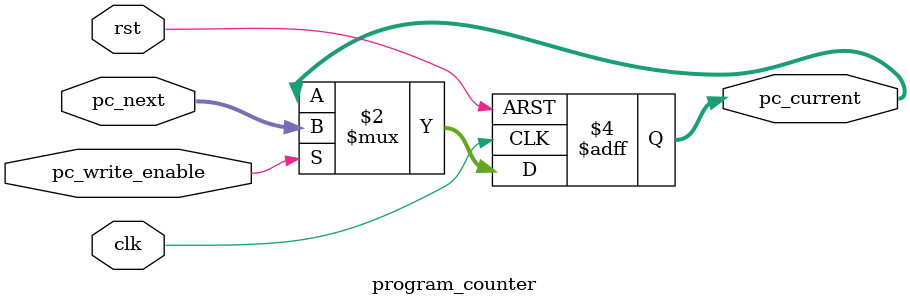
<source format=v>
module program_counter(
    input clk,
    input rst,
    input [31:0] pc_next,
    input pc_write_enable,    // For stalls
    output reg [31:0] pc_current
);

    always @(posedge clk or posedge rst) begin
        if (rst) begin
            pc_current <= 32'h00000000;  // Reset to beginning of program
        end
        else if (pc_write_enable) begin
            pc_current <= pc_next;
        end
    end

endmodule
</source>
